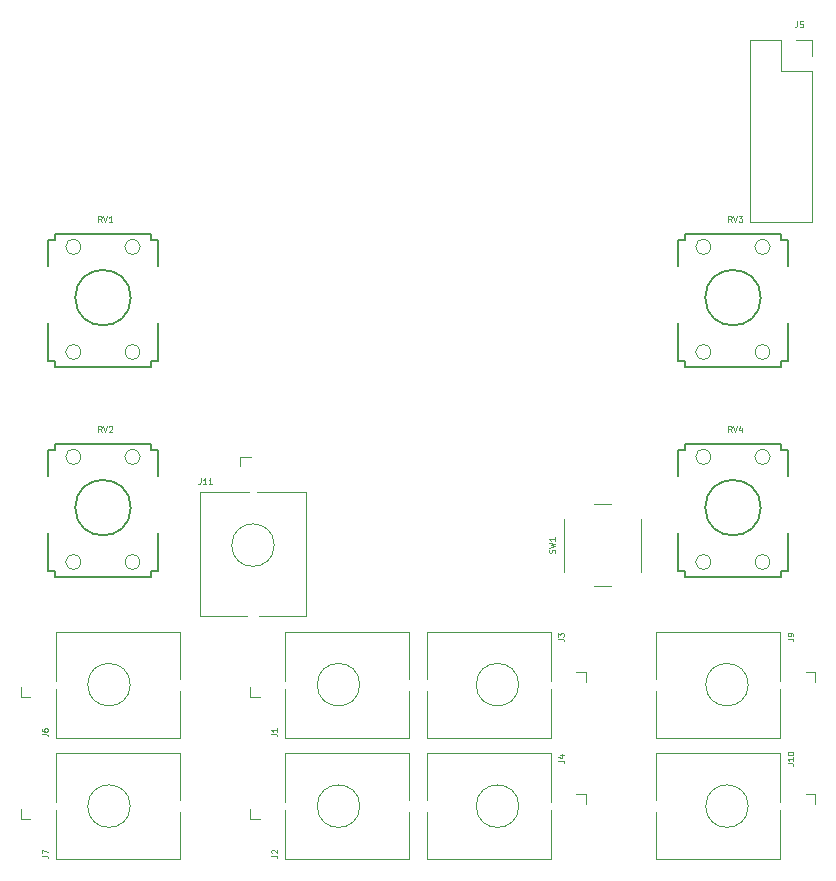
<source format=gbr>
%TF.GenerationSoftware,KiCad,Pcbnew,7.0.6-1.fc38*%
%TF.CreationDate,2023-08-24T19:35:41-07:00*%
%TF.ProjectId,s3gta_back,73336774-615f-4626-9163-6b2e6b696361,rev?*%
%TF.SameCoordinates,Original*%
%TF.FileFunction,Legend,Top*%
%TF.FilePolarity,Positive*%
%FSLAX46Y46*%
G04 Gerber Fmt 4.6, Leading zero omitted, Abs format (unit mm)*
G04 Created by KiCad (PCBNEW 7.0.6-1.fc38) date 2023-08-24 19:35:41*
%MOMM*%
%LPD*%
G01*
G04 APERTURE LIST*
%ADD10C,0.080000*%
%ADD11C,0.120000*%
%ADD12C,0.203200*%
%ADD13C,0.101600*%
G04 APERTURE END LIST*
D10*
X147748149Y-143329666D02*
X148105292Y-143329666D01*
X148105292Y-143329666D02*
X148176720Y-143353475D01*
X148176720Y-143353475D02*
X148224340Y-143401094D01*
X148224340Y-143401094D02*
X148248149Y-143472523D01*
X148248149Y-143472523D02*
X148248149Y-143520142D01*
X147914816Y-142877285D02*
X148248149Y-142877285D01*
X147724340Y-142996333D02*
X148081482Y-143115380D01*
X148081482Y-143115380D02*
X148081482Y-142805857D01*
X162437381Y-115512149D02*
X162270715Y-115274054D01*
X162151667Y-115512149D02*
X162151667Y-115012149D01*
X162151667Y-115012149D02*
X162342143Y-115012149D01*
X162342143Y-115012149D02*
X162389762Y-115035959D01*
X162389762Y-115035959D02*
X162413572Y-115059768D01*
X162413572Y-115059768D02*
X162437381Y-115107387D01*
X162437381Y-115107387D02*
X162437381Y-115178816D01*
X162437381Y-115178816D02*
X162413572Y-115226435D01*
X162413572Y-115226435D02*
X162389762Y-115250244D01*
X162389762Y-115250244D02*
X162342143Y-115274054D01*
X162342143Y-115274054D02*
X162151667Y-115274054D01*
X162580239Y-115012149D02*
X162746905Y-115512149D01*
X162746905Y-115512149D02*
X162913572Y-115012149D01*
X163294524Y-115178816D02*
X163294524Y-115512149D01*
X163175476Y-114988340D02*
X163056429Y-115345482D01*
X163056429Y-115345482D02*
X163365952Y-115345482D01*
X167179149Y-133042666D02*
X167536292Y-133042666D01*
X167536292Y-133042666D02*
X167607720Y-133066475D01*
X167607720Y-133066475D02*
X167655340Y-133114094D01*
X167655340Y-133114094D02*
X167679149Y-133185523D01*
X167679149Y-133185523D02*
X167679149Y-133233142D01*
X167679149Y-132780761D02*
X167679149Y-132685523D01*
X167679149Y-132685523D02*
X167655340Y-132637904D01*
X167655340Y-132637904D02*
X167631530Y-132614095D01*
X167631530Y-132614095D02*
X167560101Y-132566476D01*
X167560101Y-132566476D02*
X167464863Y-132542666D01*
X167464863Y-132542666D02*
X167274387Y-132542666D01*
X167274387Y-132542666D02*
X167226768Y-132566476D01*
X167226768Y-132566476D02*
X167202959Y-132590285D01*
X167202959Y-132590285D02*
X167179149Y-132637904D01*
X167179149Y-132637904D02*
X167179149Y-132733142D01*
X167179149Y-132733142D02*
X167202959Y-132780761D01*
X167202959Y-132780761D02*
X167226768Y-132804571D01*
X167226768Y-132804571D02*
X167274387Y-132828380D01*
X167274387Y-132828380D02*
X167393435Y-132828380D01*
X167393435Y-132828380D02*
X167441054Y-132804571D01*
X167441054Y-132804571D02*
X167464863Y-132780761D01*
X167464863Y-132780761D02*
X167488673Y-132733142D01*
X167488673Y-132733142D02*
X167488673Y-132637904D01*
X167488673Y-132637904D02*
X167464863Y-132590285D01*
X167464863Y-132590285D02*
X167441054Y-132566476D01*
X167441054Y-132566476D02*
X167393435Y-132542666D01*
X117485238Y-119422149D02*
X117485238Y-119779292D01*
X117485238Y-119779292D02*
X117461429Y-119850720D01*
X117461429Y-119850720D02*
X117413810Y-119898340D01*
X117413810Y-119898340D02*
X117342381Y-119922149D01*
X117342381Y-119922149D02*
X117294762Y-119922149D01*
X117985238Y-119922149D02*
X117699524Y-119922149D01*
X117842381Y-119922149D02*
X117842381Y-119422149D01*
X117842381Y-119422149D02*
X117794762Y-119493578D01*
X117794762Y-119493578D02*
X117747143Y-119541197D01*
X117747143Y-119541197D02*
X117699524Y-119565006D01*
X118461428Y-119922149D02*
X118175714Y-119922149D01*
X118318571Y-119922149D02*
X118318571Y-119422149D01*
X118318571Y-119422149D02*
X118270952Y-119493578D01*
X118270952Y-119493578D02*
X118223333Y-119541197D01*
X118223333Y-119541197D02*
X118175714Y-119565006D01*
X109097381Y-115512149D02*
X108930715Y-115274054D01*
X108811667Y-115512149D02*
X108811667Y-115012149D01*
X108811667Y-115012149D02*
X109002143Y-115012149D01*
X109002143Y-115012149D02*
X109049762Y-115035959D01*
X109049762Y-115035959D02*
X109073572Y-115059768D01*
X109073572Y-115059768D02*
X109097381Y-115107387D01*
X109097381Y-115107387D02*
X109097381Y-115178816D01*
X109097381Y-115178816D02*
X109073572Y-115226435D01*
X109073572Y-115226435D02*
X109049762Y-115250244D01*
X109049762Y-115250244D02*
X109002143Y-115274054D01*
X109002143Y-115274054D02*
X108811667Y-115274054D01*
X109240239Y-115012149D02*
X109406905Y-115512149D01*
X109406905Y-115512149D02*
X109573572Y-115012149D01*
X109716429Y-115059768D02*
X109740238Y-115035959D01*
X109740238Y-115035959D02*
X109787857Y-115012149D01*
X109787857Y-115012149D02*
X109906905Y-115012149D01*
X109906905Y-115012149D02*
X109954524Y-115035959D01*
X109954524Y-115035959D02*
X109978333Y-115059768D01*
X109978333Y-115059768D02*
X110002143Y-115107387D01*
X110002143Y-115107387D02*
X110002143Y-115155006D01*
X110002143Y-115155006D02*
X109978333Y-115226435D01*
X109978333Y-115226435D02*
X109692619Y-115512149D01*
X109692619Y-115512149D02*
X110002143Y-115512149D01*
X123486149Y-151389666D02*
X123843292Y-151389666D01*
X123843292Y-151389666D02*
X123914720Y-151413475D01*
X123914720Y-151413475D02*
X123962340Y-151461094D01*
X123962340Y-151461094D02*
X123986149Y-151532523D01*
X123986149Y-151532523D02*
X123986149Y-151580142D01*
X123533768Y-151175380D02*
X123509959Y-151151571D01*
X123509959Y-151151571D02*
X123486149Y-151103952D01*
X123486149Y-151103952D02*
X123486149Y-150984904D01*
X123486149Y-150984904D02*
X123509959Y-150937285D01*
X123509959Y-150937285D02*
X123533768Y-150913476D01*
X123533768Y-150913476D02*
X123581387Y-150889666D01*
X123581387Y-150889666D02*
X123629006Y-150889666D01*
X123629006Y-150889666D02*
X123700435Y-150913476D01*
X123700435Y-150913476D02*
X123986149Y-151199190D01*
X123986149Y-151199190D02*
X123986149Y-150889666D01*
X123486149Y-141102666D02*
X123843292Y-141102666D01*
X123843292Y-141102666D02*
X123914720Y-141126475D01*
X123914720Y-141126475D02*
X123962340Y-141174094D01*
X123962340Y-141174094D02*
X123986149Y-141245523D01*
X123986149Y-141245523D02*
X123986149Y-141293142D01*
X123986149Y-140602666D02*
X123986149Y-140888380D01*
X123986149Y-140745523D02*
X123486149Y-140745523D01*
X123486149Y-140745523D02*
X123557578Y-140793142D01*
X123557578Y-140793142D02*
X123605197Y-140840761D01*
X123605197Y-140840761D02*
X123629006Y-140888380D01*
X104055149Y-151389666D02*
X104412292Y-151389666D01*
X104412292Y-151389666D02*
X104483720Y-151413475D01*
X104483720Y-151413475D02*
X104531340Y-151461094D01*
X104531340Y-151461094D02*
X104555149Y-151532523D01*
X104555149Y-151532523D02*
X104555149Y-151580142D01*
X104055149Y-151199190D02*
X104055149Y-150865857D01*
X104055149Y-150865857D02*
X104555149Y-151080142D01*
X167179149Y-143567761D02*
X167536292Y-143567761D01*
X167536292Y-143567761D02*
X167607720Y-143591570D01*
X167607720Y-143591570D02*
X167655340Y-143639189D01*
X167655340Y-143639189D02*
X167679149Y-143710618D01*
X167679149Y-143710618D02*
X167679149Y-143758237D01*
X167679149Y-143067761D02*
X167679149Y-143353475D01*
X167679149Y-143210618D02*
X167179149Y-143210618D01*
X167179149Y-143210618D02*
X167250578Y-143258237D01*
X167250578Y-143258237D02*
X167298197Y-143305856D01*
X167298197Y-143305856D02*
X167322006Y-143353475D01*
X167179149Y-142758238D02*
X167179149Y-142710619D01*
X167179149Y-142710619D02*
X167202959Y-142663000D01*
X167202959Y-142663000D02*
X167226768Y-142639190D01*
X167226768Y-142639190D02*
X167274387Y-142615381D01*
X167274387Y-142615381D02*
X167369625Y-142591571D01*
X167369625Y-142591571D02*
X167488673Y-142591571D01*
X167488673Y-142591571D02*
X167583911Y-142615381D01*
X167583911Y-142615381D02*
X167631530Y-142639190D01*
X167631530Y-142639190D02*
X167655340Y-142663000D01*
X167655340Y-142663000D02*
X167679149Y-142710619D01*
X167679149Y-142710619D02*
X167679149Y-142758238D01*
X167679149Y-142758238D02*
X167655340Y-142805857D01*
X167655340Y-142805857D02*
X167631530Y-142829666D01*
X167631530Y-142829666D02*
X167583911Y-142853476D01*
X167583911Y-142853476D02*
X167488673Y-142877285D01*
X167488673Y-142877285D02*
X167369625Y-142877285D01*
X167369625Y-142877285D02*
X167274387Y-142853476D01*
X167274387Y-142853476D02*
X167226768Y-142829666D01*
X167226768Y-142829666D02*
X167202959Y-142805857D01*
X167202959Y-142805857D02*
X167179149Y-142758238D01*
X162437381Y-97732149D02*
X162270715Y-97494054D01*
X162151667Y-97732149D02*
X162151667Y-97232149D01*
X162151667Y-97232149D02*
X162342143Y-97232149D01*
X162342143Y-97232149D02*
X162389762Y-97255959D01*
X162389762Y-97255959D02*
X162413572Y-97279768D01*
X162413572Y-97279768D02*
X162437381Y-97327387D01*
X162437381Y-97327387D02*
X162437381Y-97398816D01*
X162437381Y-97398816D02*
X162413572Y-97446435D01*
X162413572Y-97446435D02*
X162389762Y-97470244D01*
X162389762Y-97470244D02*
X162342143Y-97494054D01*
X162342143Y-97494054D02*
X162151667Y-97494054D01*
X162580239Y-97232149D02*
X162746905Y-97732149D01*
X162746905Y-97732149D02*
X162913572Y-97232149D01*
X163032619Y-97232149D02*
X163342143Y-97232149D01*
X163342143Y-97232149D02*
X163175476Y-97422625D01*
X163175476Y-97422625D02*
X163246905Y-97422625D01*
X163246905Y-97422625D02*
X163294524Y-97446435D01*
X163294524Y-97446435D02*
X163318333Y-97470244D01*
X163318333Y-97470244D02*
X163342143Y-97517863D01*
X163342143Y-97517863D02*
X163342143Y-97636911D01*
X163342143Y-97636911D02*
X163318333Y-97684530D01*
X163318333Y-97684530D02*
X163294524Y-97708340D01*
X163294524Y-97708340D02*
X163246905Y-97732149D01*
X163246905Y-97732149D02*
X163104048Y-97732149D01*
X163104048Y-97732149D02*
X163056429Y-97708340D01*
X163056429Y-97708340D02*
X163032619Y-97684530D01*
X147464340Y-125761665D02*
X147488149Y-125690237D01*
X147488149Y-125690237D02*
X147488149Y-125571189D01*
X147488149Y-125571189D02*
X147464340Y-125523570D01*
X147464340Y-125523570D02*
X147440530Y-125499761D01*
X147440530Y-125499761D02*
X147392911Y-125475951D01*
X147392911Y-125475951D02*
X147345292Y-125475951D01*
X147345292Y-125475951D02*
X147297673Y-125499761D01*
X147297673Y-125499761D02*
X147273863Y-125523570D01*
X147273863Y-125523570D02*
X147250054Y-125571189D01*
X147250054Y-125571189D02*
X147226244Y-125666427D01*
X147226244Y-125666427D02*
X147202435Y-125714046D01*
X147202435Y-125714046D02*
X147178625Y-125737856D01*
X147178625Y-125737856D02*
X147131006Y-125761665D01*
X147131006Y-125761665D02*
X147083387Y-125761665D01*
X147083387Y-125761665D02*
X147035768Y-125737856D01*
X147035768Y-125737856D02*
X147011959Y-125714046D01*
X147011959Y-125714046D02*
X146988149Y-125666427D01*
X146988149Y-125666427D02*
X146988149Y-125547380D01*
X146988149Y-125547380D02*
X147011959Y-125475951D01*
X146988149Y-125309285D02*
X147488149Y-125190237D01*
X147488149Y-125190237D02*
X147131006Y-125094999D01*
X147131006Y-125094999D02*
X147488149Y-124999761D01*
X147488149Y-124999761D02*
X146988149Y-124880714D01*
X147488149Y-124428332D02*
X147488149Y-124714046D01*
X147488149Y-124571189D02*
X146988149Y-124571189D01*
X146988149Y-124571189D02*
X147059578Y-124618808D01*
X147059578Y-124618808D02*
X147107197Y-124666427D01*
X147107197Y-124666427D02*
X147131006Y-124714046D01*
X167981333Y-80753149D02*
X167981333Y-81110292D01*
X167981333Y-81110292D02*
X167957524Y-81181720D01*
X167957524Y-81181720D02*
X167909905Y-81229340D01*
X167909905Y-81229340D02*
X167838476Y-81253149D01*
X167838476Y-81253149D02*
X167790857Y-81253149D01*
X168457523Y-80753149D02*
X168219428Y-80753149D01*
X168219428Y-80753149D02*
X168195619Y-80991244D01*
X168195619Y-80991244D02*
X168219428Y-80967435D01*
X168219428Y-80967435D02*
X168267047Y-80943625D01*
X168267047Y-80943625D02*
X168386095Y-80943625D01*
X168386095Y-80943625D02*
X168433714Y-80967435D01*
X168433714Y-80967435D02*
X168457523Y-80991244D01*
X168457523Y-80991244D02*
X168481333Y-81038863D01*
X168481333Y-81038863D02*
X168481333Y-81157911D01*
X168481333Y-81157911D02*
X168457523Y-81205530D01*
X168457523Y-81205530D02*
X168433714Y-81229340D01*
X168433714Y-81229340D02*
X168386095Y-81253149D01*
X168386095Y-81253149D02*
X168267047Y-81253149D01*
X168267047Y-81253149D02*
X168219428Y-81229340D01*
X168219428Y-81229340D02*
X168195619Y-81205530D01*
X109097381Y-97732149D02*
X108930715Y-97494054D01*
X108811667Y-97732149D02*
X108811667Y-97232149D01*
X108811667Y-97232149D02*
X109002143Y-97232149D01*
X109002143Y-97232149D02*
X109049762Y-97255959D01*
X109049762Y-97255959D02*
X109073572Y-97279768D01*
X109073572Y-97279768D02*
X109097381Y-97327387D01*
X109097381Y-97327387D02*
X109097381Y-97398816D01*
X109097381Y-97398816D02*
X109073572Y-97446435D01*
X109073572Y-97446435D02*
X109049762Y-97470244D01*
X109049762Y-97470244D02*
X109002143Y-97494054D01*
X109002143Y-97494054D02*
X108811667Y-97494054D01*
X109240239Y-97232149D02*
X109406905Y-97732149D01*
X109406905Y-97732149D02*
X109573572Y-97232149D01*
X110002143Y-97732149D02*
X109716429Y-97732149D01*
X109859286Y-97732149D02*
X109859286Y-97232149D01*
X109859286Y-97232149D02*
X109811667Y-97303578D01*
X109811667Y-97303578D02*
X109764048Y-97351197D01*
X109764048Y-97351197D02*
X109716429Y-97375006D01*
X147748149Y-133042666D02*
X148105292Y-133042666D01*
X148105292Y-133042666D02*
X148176720Y-133066475D01*
X148176720Y-133066475D02*
X148224340Y-133114094D01*
X148224340Y-133114094D02*
X148248149Y-133185523D01*
X148248149Y-133185523D02*
X148248149Y-133233142D01*
X147748149Y-132852190D02*
X147748149Y-132542666D01*
X147748149Y-132542666D02*
X147938625Y-132709333D01*
X147938625Y-132709333D02*
X147938625Y-132637904D01*
X147938625Y-132637904D02*
X147962435Y-132590285D01*
X147962435Y-132590285D02*
X147986244Y-132566476D01*
X147986244Y-132566476D02*
X148033863Y-132542666D01*
X148033863Y-132542666D02*
X148152911Y-132542666D01*
X148152911Y-132542666D02*
X148200530Y-132566476D01*
X148200530Y-132566476D02*
X148224340Y-132590285D01*
X148224340Y-132590285D02*
X148248149Y-132637904D01*
X148248149Y-132637904D02*
X148248149Y-132780761D01*
X148248149Y-132780761D02*
X148224340Y-132828380D01*
X148224340Y-132828380D02*
X148200530Y-132852190D01*
X104055149Y-141102666D02*
X104412292Y-141102666D01*
X104412292Y-141102666D02*
X104483720Y-141126475D01*
X104483720Y-141126475D02*
X104531340Y-141174094D01*
X104531340Y-141174094D02*
X104555149Y-141245523D01*
X104555149Y-141245523D02*
X104555149Y-141293142D01*
X104055149Y-140650285D02*
X104055149Y-140745523D01*
X104055149Y-140745523D02*
X104078959Y-140793142D01*
X104078959Y-140793142D02*
X104102768Y-140816952D01*
X104102768Y-140816952D02*
X104174197Y-140864571D01*
X104174197Y-140864571D02*
X104269435Y-140888380D01*
X104269435Y-140888380D02*
X104459911Y-140888380D01*
X104459911Y-140888380D02*
X104507530Y-140864571D01*
X104507530Y-140864571D02*
X104531340Y-140840761D01*
X104531340Y-140840761D02*
X104555149Y-140793142D01*
X104555149Y-140793142D02*
X104555149Y-140697904D01*
X104555149Y-140697904D02*
X104531340Y-140650285D01*
X104531340Y-140650285D02*
X104507530Y-140626476D01*
X104507530Y-140626476D02*
X104459911Y-140602666D01*
X104459911Y-140602666D02*
X104340863Y-140602666D01*
X104340863Y-140602666D02*
X104293244Y-140626476D01*
X104293244Y-140626476D02*
X104269435Y-140650285D01*
X104269435Y-140650285D02*
X104245625Y-140697904D01*
X104245625Y-140697904D02*
X104245625Y-140793142D01*
X104245625Y-140793142D02*
X104269435Y-140840761D01*
X104269435Y-140840761D02*
X104293244Y-140864571D01*
X104293244Y-140864571D02*
X104340863Y-140888380D01*
D11*
%TO.C,J4*%
X147121000Y-142693000D02*
X136621000Y-142693000D01*
X150101000Y-146133000D02*
X149301000Y-146133000D01*
X150101000Y-146133000D02*
X150101000Y-146993000D01*
X136621000Y-146693000D02*
X136621000Y-142693000D01*
X147121000Y-146843000D02*
X147121000Y-142693000D01*
X147121000Y-151693000D02*
X147121000Y-147543000D01*
X147121000Y-151693000D02*
X136621000Y-151693000D01*
X136621000Y-151693000D02*
X136621000Y-147693000D01*
X144421000Y-147193000D02*
G75*
G03*
X144421000Y-147193000I-1800000J0D01*
G01*
D12*
%TO.C,RV4*%
X157910000Y-119270000D02*
X157910000Y-117070000D01*
X157910000Y-127270000D02*
X157910000Y-124070000D01*
X157910000Y-127270000D02*
X158460000Y-127270000D01*
X158460000Y-116520000D02*
X158460000Y-117070000D01*
X158460000Y-116520000D02*
X166660000Y-116520000D01*
X158460000Y-117070000D02*
X157910000Y-117070000D01*
X158460000Y-127270000D02*
X158460000Y-127820000D01*
X166660000Y-117070000D02*
X166660000Y-116520000D01*
X166660000Y-127270000D02*
X167210000Y-127270000D01*
X166660000Y-127820000D02*
X158460000Y-127820000D01*
X166660000Y-127820000D02*
X166660000Y-127270000D01*
X167210000Y-117070000D02*
X166660000Y-117070000D01*
X167210000Y-117070000D02*
X167210000Y-119270000D01*
X167210000Y-124070000D02*
X167210000Y-127270000D01*
D13*
X160710000Y-117620000D02*
G75*
G03*
X160710000Y-117620000I-650000J0D01*
G01*
X160710000Y-126520000D02*
G75*
G03*
X160710000Y-126520000I-650000J0D01*
G01*
D12*
X164910100Y-121920000D02*
G75*
G03*
X164910100Y-121920000I-2350100J0D01*
G01*
D13*
X165710000Y-117620000D02*
G75*
G03*
X165710000Y-117620000I-650000J0D01*
G01*
X165710000Y-126520000D02*
G75*
G03*
X165710000Y-126520000I-650000J0D01*
G01*
D11*
%TO.C,J9*%
X166552000Y-132406000D02*
X156052000Y-132406000D01*
X169532000Y-135846000D02*
X168732000Y-135846000D01*
X169532000Y-135846000D02*
X169532000Y-136706000D01*
X156052000Y-136406000D02*
X156052000Y-132406000D01*
X166552000Y-136556000D02*
X166552000Y-132406000D01*
X166552000Y-141406000D02*
X166552000Y-137256000D01*
X166552000Y-141406000D02*
X156052000Y-141406000D01*
X156052000Y-141406000D02*
X156052000Y-137406000D01*
X163852000Y-136906000D02*
G75*
G03*
X163852000Y-136906000I-1800000J0D01*
G01*
%TO.C,J11*%
X117420000Y-120595000D02*
X117420000Y-131095000D01*
X120860000Y-117615000D02*
X120860000Y-118415000D01*
X120860000Y-117615000D02*
X121720000Y-117615000D01*
X121420000Y-131095000D02*
X117420000Y-131095000D01*
X121570000Y-120595000D02*
X117420000Y-120595000D01*
X126420000Y-120595000D02*
X122270000Y-120595000D01*
X126420000Y-120595000D02*
X126420000Y-131095000D01*
X126420000Y-131095000D02*
X122420000Y-131095000D01*
X123720000Y-125095000D02*
G75*
G03*
X123720000Y-125095000I-1800000J0D01*
G01*
D12*
%TO.C,RV2*%
X104570000Y-119270000D02*
X104570000Y-117070000D01*
X104570000Y-127270000D02*
X104570000Y-124070000D01*
X104570000Y-127270000D02*
X105120000Y-127270000D01*
X105120000Y-116520000D02*
X105120000Y-117070000D01*
X105120000Y-116520000D02*
X113320000Y-116520000D01*
X105120000Y-117070000D02*
X104570000Y-117070000D01*
X105120000Y-127270000D02*
X105120000Y-127820000D01*
X113320000Y-117070000D02*
X113320000Y-116520000D01*
X113320000Y-127270000D02*
X113870000Y-127270000D01*
X113320000Y-127820000D02*
X105120000Y-127820000D01*
X113320000Y-127820000D02*
X113320000Y-127270000D01*
X113870000Y-117070000D02*
X113320000Y-117070000D01*
X113870000Y-117070000D02*
X113870000Y-119270000D01*
X113870000Y-124070000D02*
X113870000Y-127270000D01*
D13*
X107370000Y-117620000D02*
G75*
G03*
X107370000Y-117620000I-650000J0D01*
G01*
X107370000Y-126520000D02*
G75*
G03*
X107370000Y-126520000I-650000J0D01*
G01*
D12*
X111570100Y-121920000D02*
G75*
G03*
X111570100Y-121920000I-2350100J0D01*
G01*
D13*
X112370000Y-117620000D02*
G75*
G03*
X112370000Y-117620000I-650000J0D01*
G01*
X112370000Y-126520000D02*
G75*
G03*
X112370000Y-126520000I-650000J0D01*
G01*
D11*
%TO.C,J2*%
X124659000Y-151693000D02*
X135159000Y-151693000D01*
X121679000Y-148253000D02*
X122479000Y-148253000D01*
X121679000Y-148253000D02*
X121679000Y-147393000D01*
X135159000Y-147693000D02*
X135159000Y-151693000D01*
X124659000Y-147543000D02*
X124659000Y-151693000D01*
X124659000Y-142693000D02*
X124659000Y-146843000D01*
X124659000Y-142693000D02*
X135159000Y-142693000D01*
X135159000Y-142693000D02*
X135159000Y-146693000D01*
X130959000Y-147193000D02*
G75*
G03*
X130959000Y-147193000I-1800000J0D01*
G01*
%TO.C,J1*%
X124659000Y-141406000D02*
X135159000Y-141406000D01*
X121679000Y-137966000D02*
X122479000Y-137966000D01*
X121679000Y-137966000D02*
X121679000Y-137106000D01*
X135159000Y-137406000D02*
X135159000Y-141406000D01*
X124659000Y-137256000D02*
X124659000Y-141406000D01*
X124659000Y-132406000D02*
X124659000Y-136556000D01*
X124659000Y-132406000D02*
X135159000Y-132406000D01*
X135159000Y-132406000D02*
X135159000Y-136406000D01*
X130959000Y-136906000D02*
G75*
G03*
X130959000Y-136906000I-1800000J0D01*
G01*
%TO.C,J7*%
X105228000Y-151693000D02*
X115728000Y-151693000D01*
X102248000Y-148253000D02*
X103048000Y-148253000D01*
X102248000Y-148253000D02*
X102248000Y-147393000D01*
X115728000Y-147693000D02*
X115728000Y-151693000D01*
X105228000Y-147543000D02*
X105228000Y-151693000D01*
X105228000Y-142693000D02*
X105228000Y-146843000D01*
X105228000Y-142693000D02*
X115728000Y-142693000D01*
X115728000Y-142693000D02*
X115728000Y-146693000D01*
X111528000Y-147193000D02*
G75*
G03*
X111528000Y-147193000I-1800000J0D01*
G01*
%TO.C,J10*%
X166552000Y-142693000D02*
X156052000Y-142693000D01*
X169532000Y-146133000D02*
X168732000Y-146133000D01*
X169532000Y-146133000D02*
X169532000Y-146993000D01*
X156052000Y-146693000D02*
X156052000Y-142693000D01*
X166552000Y-146843000D02*
X166552000Y-142693000D01*
X166552000Y-151693000D02*
X166552000Y-147543000D01*
X166552000Y-151693000D02*
X156052000Y-151693000D01*
X156052000Y-151693000D02*
X156052000Y-147693000D01*
X163852000Y-147193000D02*
G75*
G03*
X163852000Y-147193000I-1800000J0D01*
G01*
D12*
%TO.C,RV3*%
X157910000Y-101490000D02*
X157910000Y-99290000D01*
X157910000Y-109490000D02*
X157910000Y-106290000D01*
X157910000Y-109490000D02*
X158460000Y-109490000D01*
X158460000Y-98740000D02*
X158460000Y-99290000D01*
X158460000Y-98740000D02*
X166660000Y-98740000D01*
X158460000Y-99290000D02*
X157910000Y-99290000D01*
X158460000Y-109490000D02*
X158460000Y-110040000D01*
X166660000Y-99290000D02*
X166660000Y-98740000D01*
X166660000Y-109490000D02*
X167210000Y-109490000D01*
X166660000Y-110040000D02*
X158460000Y-110040000D01*
X166660000Y-110040000D02*
X166660000Y-109490000D01*
X167210000Y-99290000D02*
X166660000Y-99290000D01*
X167210000Y-99290000D02*
X167210000Y-101490000D01*
X167210000Y-106290000D02*
X167210000Y-109490000D01*
D13*
X160710000Y-99840000D02*
G75*
G03*
X160710000Y-99840000I-650000J0D01*
G01*
X160710000Y-108740000D02*
G75*
G03*
X160710000Y-108740000I-650000J0D01*
G01*
D12*
X164910100Y-104140000D02*
G75*
G03*
X164910100Y-104140000I-2350100J0D01*
G01*
D13*
X165710000Y-99840000D02*
G75*
G03*
X165710000Y-99840000I-650000J0D01*
G01*
X165710000Y-108740000D02*
G75*
G03*
X165710000Y-108740000I-650000J0D01*
G01*
D11*
%TO.C,SW1*%
X150761000Y-128595000D02*
X152261000Y-128595000D01*
X154761000Y-127345000D02*
X154761000Y-122845000D01*
X148261000Y-122845000D02*
X148261000Y-127345000D01*
X152261000Y-121595000D02*
X150761000Y-121595000D01*
%TO.C,J5*%
X164024000Y-82363000D02*
X164024000Y-97723000D01*
X164024000Y-82363000D02*
X166624000Y-82363000D01*
X164024000Y-97723000D02*
X169224000Y-97723000D01*
X166624000Y-82363000D02*
X166624000Y-84963000D01*
X166624000Y-84963000D02*
X169224000Y-84963000D01*
X167894000Y-82363000D02*
X169224000Y-82363000D01*
X169224000Y-82363000D02*
X169224000Y-83693000D01*
X169224000Y-84963000D02*
X169224000Y-97723000D01*
D12*
%TO.C,RV1*%
X104570000Y-101490000D02*
X104570000Y-99290000D01*
X104570000Y-109490000D02*
X104570000Y-106290000D01*
X104570000Y-109490000D02*
X105120000Y-109490000D01*
X105120000Y-98740000D02*
X105120000Y-99290000D01*
X105120000Y-98740000D02*
X113320000Y-98740000D01*
X105120000Y-99290000D02*
X104570000Y-99290000D01*
X105120000Y-109490000D02*
X105120000Y-110040000D01*
X113320000Y-99290000D02*
X113320000Y-98740000D01*
X113320000Y-109490000D02*
X113870000Y-109490000D01*
X113320000Y-110040000D02*
X105120000Y-110040000D01*
X113320000Y-110040000D02*
X113320000Y-109490000D01*
X113870000Y-99290000D02*
X113320000Y-99290000D01*
X113870000Y-99290000D02*
X113870000Y-101490000D01*
X113870000Y-106290000D02*
X113870000Y-109490000D01*
D13*
X107370000Y-99840000D02*
G75*
G03*
X107370000Y-99840000I-650000J0D01*
G01*
X107370000Y-108740000D02*
G75*
G03*
X107370000Y-108740000I-650000J0D01*
G01*
D12*
X111570100Y-104140000D02*
G75*
G03*
X111570100Y-104140000I-2350100J0D01*
G01*
D13*
X112370000Y-99840000D02*
G75*
G03*
X112370000Y-99840000I-650000J0D01*
G01*
X112370000Y-108740000D02*
G75*
G03*
X112370000Y-108740000I-650000J0D01*
G01*
D11*
%TO.C,J3*%
X147121000Y-132406000D02*
X136621000Y-132406000D01*
X150101000Y-135846000D02*
X149301000Y-135846000D01*
X150101000Y-135846000D02*
X150101000Y-136706000D01*
X136621000Y-136406000D02*
X136621000Y-132406000D01*
X147121000Y-136556000D02*
X147121000Y-132406000D01*
X147121000Y-141406000D02*
X147121000Y-137256000D01*
X147121000Y-141406000D02*
X136621000Y-141406000D01*
X136621000Y-141406000D02*
X136621000Y-137406000D01*
X144421000Y-136906000D02*
G75*
G03*
X144421000Y-136906000I-1800000J0D01*
G01*
%TO.C,J6*%
X105228000Y-141406000D02*
X115728000Y-141406000D01*
X102248000Y-137966000D02*
X103048000Y-137966000D01*
X102248000Y-137966000D02*
X102248000Y-137106000D01*
X115728000Y-137406000D02*
X115728000Y-141406000D01*
X105228000Y-137256000D02*
X105228000Y-141406000D01*
X105228000Y-132406000D02*
X105228000Y-136556000D01*
X105228000Y-132406000D02*
X115728000Y-132406000D01*
X115728000Y-132406000D02*
X115728000Y-136406000D01*
X111528000Y-136906000D02*
G75*
G03*
X111528000Y-136906000I-1800000J0D01*
G01*
%TD*%
M02*

</source>
